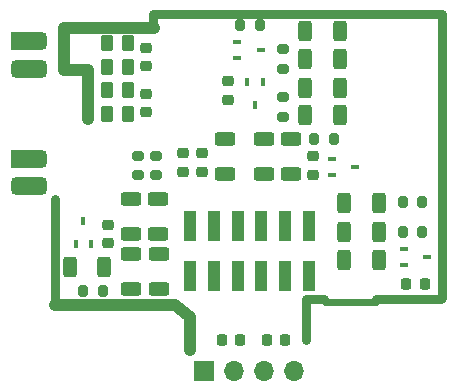
<source format=gbs>
G04 #@! TF.GenerationSoftware,KiCad,Pcbnew,(6.0.5)*
G04 #@! TF.CreationDate,2022-07-25T01:06:32+08:00*
G04 #@! TF.ProjectId,SX7H02060050-1,53583748-3032-4303-9630-3035302d312e,rev?*
G04 #@! TF.SameCoordinates,PX8af34a0PY598cce0*
G04 #@! TF.FileFunction,Soldermask,Bot*
G04 #@! TF.FilePolarity,Negative*
%FSLAX46Y46*%
G04 Gerber Fmt 4.6, Leading zero omitted, Abs format (unit mm)*
G04 Created by KiCad (PCBNEW (6.0.5)) date 2022-07-25 01:06:32*
%MOMM*%
%LPD*%
G01*
G04 APERTURE LIST*
G04 Aperture macros list*
%AMRoundRect*
0 Rectangle with rounded corners*
0 $1 Rounding radius*
0 $2 $3 $4 $5 $6 $7 $8 $9 X,Y pos of 4 corners*
0 Add a 4 corners polygon primitive as box body*
4,1,4,$2,$3,$4,$5,$6,$7,$8,$9,$2,$3,0*
0 Add four circle primitives for the rounded corners*
1,1,$1+$1,$2,$3*
1,1,$1+$1,$4,$5*
1,1,$1+$1,$6,$7*
1,1,$1+$1,$8,$9*
0 Add four rect primitives between the rounded corners*
20,1,$1+$1,$2,$3,$4,$5,0*
20,1,$1+$1,$4,$5,$6,$7,0*
20,1,$1+$1,$6,$7,$8,$9,0*
20,1,$1+$1,$8,$9,$2,$3,0*%
G04 Aperture macros list end*
%ADD10C,0.600000*%
%ADD11C,1.000000*%
%ADD12C,0.150000*%
%ADD13C,0.800000*%
%ADD14RoundRect,0.250000X0.625000X-0.312500X0.625000X0.312500X-0.625000X0.312500X-0.625000X-0.312500X0*%
%ADD15R,2.000000X1.500000*%
%ADD16RoundRect,0.375000X-0.625000X-0.375000X0.625000X-0.375000X0.625000X0.375000X-0.625000X0.375000X0*%
%ADD17R,1.700000X1.700000*%
%ADD18O,1.700000X1.700000*%
%ADD19R,0.700000X0.450000*%
%ADD20RoundRect,0.225000X0.250000X-0.225000X0.250000X0.225000X-0.250000X0.225000X-0.250000X-0.225000X0*%
%ADD21RoundRect,0.250000X-0.262500X-0.450000X0.262500X-0.450000X0.262500X0.450000X-0.262500X0.450000X0*%
%ADD22RoundRect,0.250000X0.312500X0.625000X-0.312500X0.625000X-0.312500X-0.625000X0.312500X-0.625000X0*%
%ADD23RoundRect,0.225000X-0.225000X-0.250000X0.225000X-0.250000X0.225000X0.250000X-0.225000X0.250000X0*%
%ADD24RoundRect,0.200000X-0.200000X-0.275000X0.200000X-0.275000X0.200000X0.275000X-0.200000X0.275000X0*%
%ADD25RoundRect,0.250000X-0.312500X-0.625000X0.312500X-0.625000X0.312500X0.625000X-0.312500X0.625000X0*%
%ADD26R,1.000000X2.580000*%
%ADD27RoundRect,0.200000X0.275000X-0.200000X0.275000X0.200000X-0.275000X0.200000X-0.275000X-0.200000X0*%
%ADD28R,0.450000X0.700000*%
%ADD29RoundRect,0.200000X0.200000X0.275000X-0.200000X0.275000X-0.200000X-0.275000X0.200000X-0.275000X0*%
%ADD30RoundRect,0.250000X0.262500X0.450000X-0.262500X0.450000X-0.262500X-0.450000X0.262500X-0.450000X0*%
%ADD31RoundRect,0.200000X-0.275000X0.200000X-0.275000X-0.200000X0.275000X-0.200000X0.275000X0.200000X0*%
%ADD32RoundRect,0.225000X-0.250000X0.225000X-0.250000X-0.225000X0.250000X-0.225000X0.250000X0.225000X0*%
%ADD33RoundRect,0.250000X-0.625000X0.312500X-0.625000X-0.312500X0.625000X-0.312500X0.625000X0.312500X0*%
%ADD34RoundRect,0.225000X0.225000X0.250000X-0.225000X0.250000X-0.225000X-0.250000X0.225000X-0.250000X0*%
G04 APERTURE END LIST*
D10*
X12034000Y7286000D02*
X16352000Y7286000D01*
D11*
X604000Y6016000D02*
X-666000Y7032000D01*
X604000Y6016000D02*
X604000Y3222000D01*
D12*
X-666000Y7032000D02*
X-31000Y7032000D01*
D11*
X-10826000Y7032000D02*
X-666000Y7032000D01*
D12*
X-10826000Y7540000D02*
X-10826000Y7032000D01*
D13*
X-10826000Y16049000D02*
X-10826000Y7032000D01*
D11*
X-8032000Y22780000D02*
X-8032000Y26971000D01*
X-10064000Y26971000D02*
X-8032000Y26971000D01*
X-10064000Y26971000D02*
X-10064000Y30527000D01*
D13*
X10383000Y4111000D02*
X10383000Y7540000D01*
X11907000Y7540000D02*
X10383000Y7540000D01*
X16352000Y7540000D02*
X21813000Y7540000D01*
X21940000Y31543000D02*
X21940000Y7667000D01*
X-2571000Y31670000D02*
X-1301000Y31670000D01*
X-2571000Y30527000D02*
X-2571000Y31670000D01*
X-1301000Y31670000D02*
X21940000Y31670000D01*
D11*
X-10064000Y30527000D02*
X-2444000Y30527000D01*
D14*
G04 #@! TO.C,R224*
X6827000Y21067500D03*
X6827000Y18142500D03*
G04 #@! TD*
G04 #@! TO.C,R209*
X-2110000Y13067500D03*
X-2110000Y15992500D03*
G04 #@! TD*
D15*
G04 #@! TO.C,SW202*
X-13600000Y29350000D03*
D16*
X-12550000Y29350000D03*
X-12550000Y27050000D03*
X-13600000Y27050000D03*
G04 #@! TD*
G04 #@! TO.C,SW201*
X-12525000Y19425000D03*
D15*
X-13575000Y19425000D03*
D16*
X-12525000Y17125000D03*
X-13575000Y17125000D03*
G04 #@! TD*
D17*
G04 #@! TO.C,J201*
X1750000Y1475000D03*
D18*
X4290000Y1475000D03*
X6830000Y1475000D03*
X9370000Y1475000D03*
G04 #@! TD*
D19*
G04 #@! TO.C,Q204*
X6557000Y28622000D03*
X4557000Y29272000D03*
X4557000Y27972000D03*
G04 #@! TD*
D20*
G04 #@! TO.C,C209*
X1620000Y19872000D03*
X1620000Y18322000D03*
G04 #@! TD*
D21*
G04 #@! TO.C,R202*
X-6487500Y29200000D03*
X-4662500Y29200000D03*
G04 #@! TD*
D22*
G04 #@! TO.C,R211*
X13619500Y10842000D03*
X16544500Y10842000D03*
G04 #@! TD*
G04 #@! TO.C,R221*
X13242500Y25447000D03*
X10317500Y25447000D03*
G04 #@! TD*
D21*
G04 #@! TO.C,R203*
X-6487500Y25200000D03*
X-4662500Y25200000D03*
G04 #@! TD*
D22*
G04 #@! TO.C,R206*
X13242500Y27860000D03*
X10317500Y27860000D03*
G04 #@! TD*
D14*
G04 #@! TO.C,R222*
X9113000Y18142500D03*
X9113000Y21067500D03*
G04 #@! TD*
D23*
G04 #@! TO.C,C204*
X7068000Y4111000D03*
X8618000Y4111000D03*
G04 #@! TD*
D22*
G04 #@! TO.C,R212*
X-9632500Y10220000D03*
X-6707500Y10220000D03*
G04 #@! TD*
D20*
G04 #@! TO.C,C202*
X-3125000Y23375000D03*
X-3125000Y24925000D03*
G04 #@! TD*
D14*
G04 #@! TO.C,R210*
X-4430000Y13067500D03*
X-4430000Y15992500D03*
G04 #@! TD*
D24*
G04 #@! TO.C,R225*
X12732000Y21129000D03*
X11082000Y21129000D03*
G04 #@! TD*
G04 #@! TO.C,R216*
X18575000Y15795000D03*
X20225000Y15795000D03*
G04 #@! TD*
D25*
G04 #@! TO.C,R205*
X13619500Y13255000D03*
X16544500Y13255000D03*
G04 #@! TD*
D26*
G04 #@! TO.C,J202*
X600000Y13685000D03*
X600000Y9515000D03*
X2600000Y13685000D03*
X2600000Y9515000D03*
X4600000Y13685000D03*
X4600000Y9515000D03*
X6600000Y13685000D03*
X6600000Y9515000D03*
X8600000Y13685000D03*
X8600000Y9515000D03*
X10600000Y13685000D03*
X10600000Y9515000D03*
G04 #@! TD*
D27*
G04 #@! TO.C,R214*
X-2317000Y19668000D03*
X-2317000Y18018000D03*
G04 #@! TD*
D28*
G04 #@! TO.C,Q205*
X5415000Y25939000D03*
X6715000Y25939000D03*
X6065000Y23939000D03*
G04 #@! TD*
D20*
G04 #@! TO.C,C208*
X11018000Y18068000D03*
X11018000Y19618000D03*
G04 #@! TD*
D19*
G04 #@! TO.C,Q201*
X18654000Y10446000D03*
X18654000Y11746000D03*
X20654000Y11096000D03*
G04 #@! TD*
D23*
G04 #@! TO.C,C206*
X18879000Y8810000D03*
X20429000Y8810000D03*
G04 #@! TD*
D19*
G04 #@! TO.C,Q203*
X14558000Y18716000D03*
X12558000Y19366000D03*
X12558000Y18066000D03*
G04 #@! TD*
D28*
G04 #@! TO.C,Q202*
X-7830000Y12180000D03*
X-9130000Y12180000D03*
X-8480000Y14180000D03*
G04 #@! TD*
D27*
G04 #@! TO.C,R215*
X8478000Y27035000D03*
X8478000Y28685000D03*
G04 #@! TD*
D20*
G04 #@! TO.C,C210*
X3779000Y25968000D03*
X3779000Y24418000D03*
G04 #@! TD*
D25*
G04 #@! TO.C,R207*
X13619500Y15668000D03*
X16544500Y15668000D03*
G04 #@! TD*
D24*
G04 #@! TO.C,R217*
X18575000Y13255000D03*
X20225000Y13255000D03*
G04 #@! TD*
D29*
G04 #@! TO.C,R213*
X-6845000Y8230000D03*
X-8495000Y8230000D03*
G04 #@! TD*
D30*
G04 #@! TO.C,R204*
X-4662500Y27200000D03*
X-6487500Y27200000D03*
G04 #@! TD*
D29*
G04 #@! TO.C,R226*
X4808200Y30755600D03*
X6458200Y30755600D03*
G04 #@! TD*
D27*
G04 #@! TO.C,R218*
X-3841000Y18018000D03*
X-3841000Y19668000D03*
G04 #@! TD*
D14*
G04 #@! TO.C,R223*
X3525000Y18142500D03*
X3525000Y21067500D03*
G04 #@! TD*
D31*
G04 #@! TO.C,R227*
X8478000Y22971000D03*
X8478000Y24621000D03*
G04 #@! TD*
D32*
G04 #@! TO.C,C201*
X-31000Y19872000D03*
X-31000Y18322000D03*
G04 #@! TD*
D22*
G04 #@! TO.C,R219*
X10317500Y23161000D03*
X13242500Y23161000D03*
G04 #@! TD*
D33*
G04 #@! TO.C,R208*
X-4420000Y11322500D03*
X-4420000Y8397500D03*
G04 #@! TD*
D14*
G04 #@! TO.C,R228*
X-2100000Y11322500D03*
X-2100000Y8397500D03*
G04 #@! TD*
D20*
G04 #@! TO.C,C207*
X-6390000Y13825000D03*
X-6390000Y12275000D03*
G04 #@! TD*
D22*
G04 #@! TO.C,R220*
X13242500Y30273000D03*
X10317500Y30273000D03*
G04 #@! TD*
D20*
G04 #@! TO.C,C203*
X-3150000Y27275000D03*
X-3150000Y28825000D03*
G04 #@! TD*
D21*
G04 #@! TO.C,R201*
X-6487500Y23200000D03*
X-4662500Y23200000D03*
G04 #@! TD*
D34*
G04 #@! TO.C,C205*
X3258000Y4111000D03*
X4808000Y4111000D03*
G04 #@! TD*
M02*

</source>
